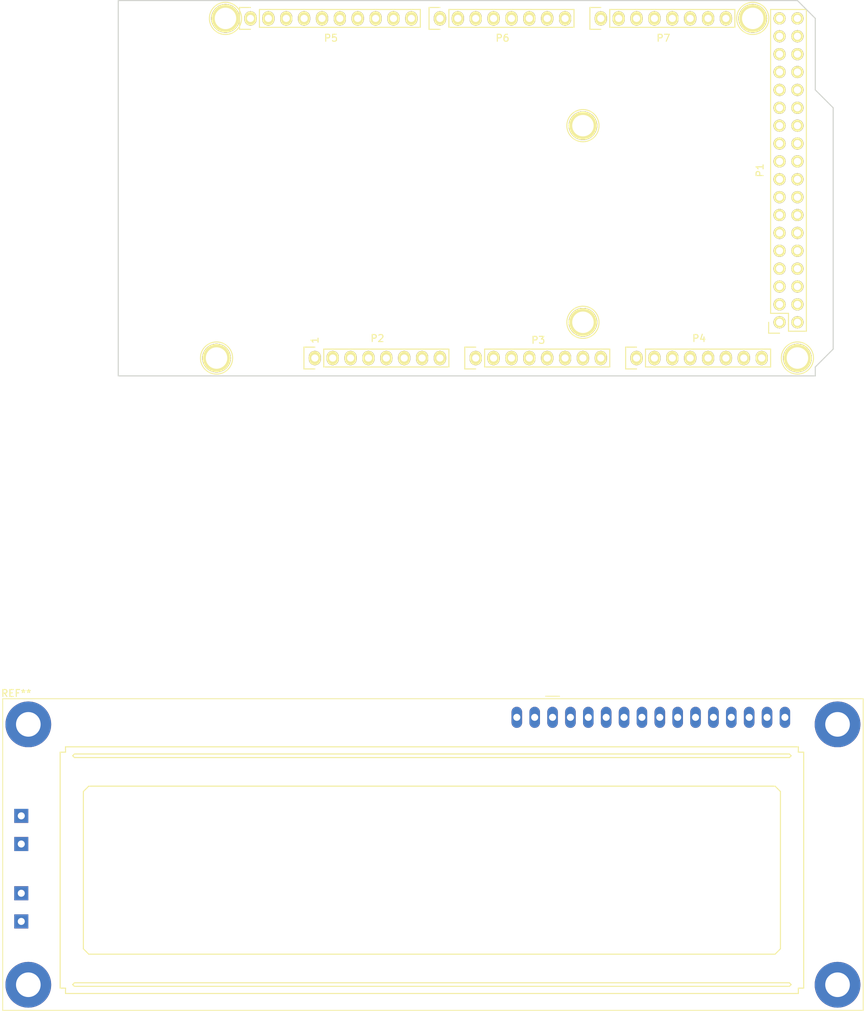
<source format=kicad_pcb>
(kicad_pcb (version 4) (host pcbnew 4.0.7-e1-6374~58~ubuntu16.04.1)

  (general
    (links 6)
    (no_connects 6)
    (area 12.840476 12.125 282.523001 162.365)
    (thickness 1.6)
    (drawings 27)
    (tracks 0)
    (zones 0)
    (modules 14)
    (nets 87)
  )

  (page A4)
  (title_block
    (date "mar. 31 mars 2015")
  )

  (layers
    (0 F.Cu signal)
    (31 B.Cu signal)
    (32 B.Adhes user)
    (33 F.Adhes user)
    (34 B.Paste user)
    (35 F.Paste user)
    (36 B.SilkS user)
    (37 F.SilkS user)
    (38 B.Mask user)
    (39 F.Mask user)
    (40 Dwgs.User user)
    (41 Cmts.User user)
    (42 Eco1.User user)
    (43 Eco2.User user)
    (44 Edge.Cuts user)
    (45 Margin user)
    (46 B.CrtYd user)
    (47 F.CrtYd user)
    (48 B.Fab user)
    (49 F.Fab user)
  )

  (setup
    (last_trace_width 0.25)
    (trace_clearance 0.2)
    (zone_clearance 0.508)
    (zone_45_only no)
    (trace_min 0.2)
    (segment_width 0.15)
    (edge_width 0.15)
    (via_size 0.6)
    (via_drill 0.4)
    (via_min_size 0.4)
    (via_min_drill 0.3)
    (uvia_size 0.3)
    (uvia_drill 0.1)
    (uvias_allowed no)
    (uvia_min_size 0.2)
    (uvia_min_drill 0.1)
    (pcb_text_width 0.3)
    (pcb_text_size 1.5 1.5)
    (mod_edge_width 0.15)
    (mod_text_size 1 1)
    (mod_text_width 0.15)
    (pad_size 4.064 4.064)
    (pad_drill 3.048)
    (pad_to_mask_clearance 0)
    (aux_axis_origin 103.378 121.666)
    (visible_elements FFFFFF7F)
    (pcbplotparams
      (layerselection 0x00030_80000001)
      (usegerberextensions false)
      (excludeedgelayer true)
      (linewidth 0.100000)
      (plotframeref false)
      (viasonmask false)
      (mode 1)
      (useauxorigin false)
      (hpglpennumber 1)
      (hpglpenspeed 20)
      (hpglpendiameter 15)
      (hpglpenoverlay 2)
      (psnegative false)
      (psa4output false)
      (plotreference true)
      (plotvalue true)
      (plotinvisibletext false)
      (padsonsilk false)
      (subtractmaskfromsilk false)
      (outputformat 1)
      (mirror false)
      (drillshape 1)
      (scaleselection 1)
      (outputdirectory ""))
  )

  (net 0 "")
  (net 1 GND)
  (net 2 "/52(SCK)")
  (net 3 "/53(SS)")
  (net 4 "/50(MISO)")
  (net 5 "/51(MOSI)")
  (net 6 /48)
  (net 7 /49)
  (net 8 /46)
  (net 9 /47)
  (net 10 /44)
  (net 11 /45)
  (net 12 /42)
  (net 13 /43)
  (net 14 /40)
  (net 15 /41)
  (net 16 /38)
  (net 17 /39)
  (net 18 /36)
  (net 19 /37)
  (net 20 /34)
  (net 21 /35)
  (net 22 /32)
  (net 23 /33)
  (net 24 /30)
  (net 25 /31)
  (net 26 /28)
  (net 27 /29)
  (net 28 /26)
  (net 29 /27)
  (net 30 /24)
  (net 31 /25)
  (net 32 /22)
  (net 33 /23)
  (net 34 +5V)
  (net 35 /IOREF)
  (net 36 /Reset)
  (net 37 /Vin)
  (net 38 /A0)
  (net 39 /A1)
  (net 40 /A2)
  (net 41 /A3)
  (net 42 /A4)
  (net 43 /A5)
  (net 44 /A6)
  (net 45 /A7)
  (net 46 /A8)
  (net 47 /A9)
  (net 48 /A10)
  (net 49 /A11)
  (net 50 /A12)
  (net 51 /A13)
  (net 52 /A14)
  (net 53 /A15)
  (net 54 /SCL)
  (net 55 /SDA)
  (net 56 /AREF)
  (net 57 "/13(**)")
  (net 58 "/12(**)")
  (net 59 "/11(**)")
  (net 60 "/10(**)")
  (net 61 "/9(**)")
  (net 62 "/8(**)")
  (net 63 "/7(**)")
  (net 64 "/6(**)")
  (net 65 "/5(**)")
  (net 66 "/4(**)")
  (net 67 "/3(**)")
  (net 68 "/2(**)")
  (net 69 "/20(SDA)")
  (net 70 "/21(SCL)")
  (net 71 "Net-(P8-Pad1)")
  (net 72 "Net-(P9-Pad1)")
  (net 73 "Net-(P10-Pad1)")
  (net 74 "Net-(P11-Pad1)")
  (net 75 "Net-(P12-Pad1)")
  (net 76 "Net-(P13-Pad1)")
  (net 77 "Net-(P2-Pad1)")
  (net 78 +3V3)
  (net 79 "/1(Tx0)")
  (net 80 "/0(Rx0)")
  (net 81 "/14(Tx3)")
  (net 82 "/15(Rx3)")
  (net 83 "/16(Tx2)")
  (net 84 "/17(Rx2)")
  (net 85 "/18(Tx1)")
  (net 86 "/19(Rx1)")

  (net_class Default "This is the default net class."
    (clearance 0.2)
    (trace_width 0.25)
    (via_dia 0.6)
    (via_drill 0.4)
    (uvia_dia 0.3)
    (uvia_drill 0.1)
    (add_net +3V3)
    (add_net +5V)
    (add_net "/0(Rx0)")
    (add_net "/1(Tx0)")
    (add_net "/10(**)")
    (add_net "/11(**)")
    (add_net "/12(**)")
    (add_net "/13(**)")
    (add_net "/14(Tx3)")
    (add_net "/15(Rx3)")
    (add_net "/16(Tx2)")
    (add_net "/17(Rx2)")
    (add_net "/18(Tx1)")
    (add_net "/19(Rx1)")
    (add_net "/2(**)")
    (add_net "/20(SDA)")
    (add_net "/21(SCL)")
    (add_net /22)
    (add_net /23)
    (add_net /24)
    (add_net /25)
    (add_net /26)
    (add_net /27)
    (add_net /28)
    (add_net /29)
    (add_net "/3(**)")
    (add_net /30)
    (add_net /31)
    (add_net /32)
    (add_net /33)
    (add_net /34)
    (add_net /35)
    (add_net /36)
    (add_net /37)
    (add_net /38)
    (add_net /39)
    (add_net "/4(**)")
    (add_net /40)
    (add_net /41)
    (add_net /42)
    (add_net /43)
    (add_net /44)
    (add_net /45)
    (add_net /46)
    (add_net /47)
    (add_net /48)
    (add_net /49)
    (add_net "/5(**)")
    (add_net "/50(MISO)")
    (add_net "/51(MOSI)")
    (add_net "/52(SCK)")
    (add_net "/53(SS)")
    (add_net "/6(**)")
    (add_net "/7(**)")
    (add_net "/8(**)")
    (add_net "/9(**)")
    (add_net /A0)
    (add_net /A1)
    (add_net /A10)
    (add_net /A11)
    (add_net /A12)
    (add_net /A13)
    (add_net /A14)
    (add_net /A15)
    (add_net /A2)
    (add_net /A3)
    (add_net /A4)
    (add_net /A5)
    (add_net /A6)
    (add_net /A7)
    (add_net /A8)
    (add_net /A9)
    (add_net /AREF)
    (add_net /IOREF)
    (add_net /Reset)
    (add_net /SCL)
    (add_net /SDA)
    (add_net /Vin)
    (add_net GND)
    (add_net "Net-(P10-Pad1)")
    (add_net "Net-(P11-Pad1)")
    (add_net "Net-(P12-Pad1)")
    (add_net "Net-(P13-Pad1)")
    (add_net "Net-(P2-Pad1)")
    (add_net "Net-(P8-Pad1)")
    (add_net "Net-(P9-Pad1)")
  )

  (module Socket_Arduino_Mega:Socket_Strip_Arduino_2x18 locked (layer F.Cu) (tedit 55216789) (tstamp 551AFCE5)
    (at 273.558 64.516 90)
    (descr "Through hole socket strip")
    (tags "socket strip")
    (path /56D743B5)
    (fp_text reference P1 (at 21.59 -2.794 90) (layer F.SilkS)
      (effects (font (size 1 1) (thickness 0.15)))
    )
    (fp_text value Digital (at 21.59 -4.572 90) (layer F.Fab)
      (effects (font (size 1 1) (thickness 0.15)))
    )
    (fp_line (start -1.75 -1.75) (end -1.75 4.3) (layer F.CrtYd) (width 0.05))
    (fp_line (start 44.95 -1.75) (end 44.95 4.3) (layer F.CrtYd) (width 0.05))
    (fp_line (start -1.75 -1.75) (end 44.95 -1.75) (layer F.CrtYd) (width 0.05))
    (fp_line (start -1.75 4.3) (end 44.95 4.3) (layer F.CrtYd) (width 0.05))
    (fp_line (start -1.27 3.81) (end 44.45 3.81) (layer F.SilkS) (width 0.15))
    (fp_line (start 44.45 -1.27) (end 1.27 -1.27) (layer F.SilkS) (width 0.15))
    (fp_line (start 44.45 3.81) (end 44.45 -1.27) (layer F.SilkS) (width 0.15))
    (fp_line (start -1.27 3.81) (end -1.27 1.27) (layer F.SilkS) (width 0.15))
    (fp_line (start 0 -1.55) (end -1.55 -1.55) (layer F.SilkS) (width 0.15))
    (fp_line (start -1.27 1.27) (end 1.27 1.27) (layer F.SilkS) (width 0.15))
    (fp_line (start 1.27 1.27) (end 1.27 -1.27) (layer F.SilkS) (width 0.15))
    (fp_line (start -1.55 -1.55) (end -1.55 0) (layer F.SilkS) (width 0.15))
    (pad 1 thru_hole circle (at 0 0 90) (size 1.7272 1.7272) (drill 1.016) (layers *.Cu *.Mask F.SilkS)
      (net 1 GND))
    (pad 2 thru_hole oval (at 0 2.54 90) (size 1.7272 1.7272) (drill 1.016) (layers *.Cu *.Mask F.SilkS)
      (net 1 GND))
    (pad 3 thru_hole oval (at 2.54 0 90) (size 1.7272 1.7272) (drill 1.016) (layers *.Cu *.Mask F.SilkS)
      (net 2 "/52(SCK)"))
    (pad 4 thru_hole oval (at 2.54 2.54 90) (size 1.7272 1.7272) (drill 1.016) (layers *.Cu *.Mask F.SilkS)
      (net 3 "/53(SS)"))
    (pad 5 thru_hole oval (at 5.08 0 90) (size 1.7272 1.7272) (drill 1.016) (layers *.Cu *.Mask F.SilkS)
      (net 4 "/50(MISO)"))
    (pad 6 thru_hole oval (at 5.08 2.54 90) (size 1.7272 1.7272) (drill 1.016) (layers *.Cu *.Mask F.SilkS)
      (net 5 "/51(MOSI)"))
    (pad 7 thru_hole oval (at 7.62 0 90) (size 1.7272 1.7272) (drill 1.016) (layers *.Cu *.Mask F.SilkS)
      (net 6 /48))
    (pad 8 thru_hole oval (at 7.62 2.54 90) (size 1.7272 1.7272) (drill 1.016) (layers *.Cu *.Mask F.SilkS)
      (net 7 /49))
    (pad 9 thru_hole oval (at 10.16 0 90) (size 1.7272 1.7272) (drill 1.016) (layers *.Cu *.Mask F.SilkS)
      (net 8 /46))
    (pad 10 thru_hole oval (at 10.16 2.54 90) (size 1.7272 1.7272) (drill 1.016) (layers *.Cu *.Mask F.SilkS)
      (net 9 /47))
    (pad 11 thru_hole oval (at 12.7 0 90) (size 1.7272 1.7272) (drill 1.016) (layers *.Cu *.Mask F.SilkS)
      (net 10 /44))
    (pad 12 thru_hole oval (at 12.7 2.54 90) (size 1.7272 1.7272) (drill 1.016) (layers *.Cu *.Mask F.SilkS)
      (net 11 /45))
    (pad 13 thru_hole oval (at 15.24 0 90) (size 1.7272 1.7272) (drill 1.016) (layers *.Cu *.Mask F.SilkS)
      (net 12 /42))
    (pad 14 thru_hole oval (at 15.24 2.54 90) (size 1.7272 1.7272) (drill 1.016) (layers *.Cu *.Mask F.SilkS)
      (net 13 /43))
    (pad 15 thru_hole oval (at 17.78 0 90) (size 1.7272 1.7272) (drill 1.016) (layers *.Cu *.Mask F.SilkS)
      (net 14 /40))
    (pad 16 thru_hole oval (at 17.78 2.54 90) (size 1.7272 1.7272) (drill 1.016) (layers *.Cu *.Mask F.SilkS)
      (net 15 /41))
    (pad 17 thru_hole oval (at 20.32 0 90) (size 1.7272 1.7272) (drill 1.016) (layers *.Cu *.Mask F.SilkS)
      (net 16 /38))
    (pad 18 thru_hole oval (at 20.32 2.54 90) (size 1.7272 1.7272) (drill 1.016) (layers *.Cu *.Mask F.SilkS)
      (net 17 /39))
    (pad 19 thru_hole oval (at 22.86 0 90) (size 1.7272 1.7272) (drill 1.016) (layers *.Cu *.Mask F.SilkS)
      (net 18 /36))
    (pad 20 thru_hole oval (at 22.86 2.54 90) (size 1.7272 1.7272) (drill 1.016) (layers *.Cu *.Mask F.SilkS)
      (net 19 /37))
    (pad 21 thru_hole oval (at 25.4 0 90) (size 1.7272 1.7272) (drill 1.016) (layers *.Cu *.Mask F.SilkS)
      (net 20 /34))
    (pad 22 thru_hole oval (at 25.4 2.54 90) (size 1.7272 1.7272) (drill 1.016) (layers *.Cu *.Mask F.SilkS)
      (net 21 /35))
    (pad 23 thru_hole oval (at 27.94 0 90) (size 1.7272 1.7272) (drill 1.016) (layers *.Cu *.Mask F.SilkS)
      (net 22 /32))
    (pad 24 thru_hole oval (at 27.94 2.54 90) (size 1.7272 1.7272) (drill 1.016) (layers *.Cu *.Mask F.SilkS)
      (net 23 /33))
    (pad 25 thru_hole oval (at 30.48 0 90) (size 1.7272 1.7272) (drill 1.016) (layers *.Cu *.Mask F.SilkS)
      (net 24 /30))
    (pad 26 thru_hole oval (at 30.48 2.54 90) (size 1.7272 1.7272) (drill 1.016) (layers *.Cu *.Mask F.SilkS)
      (net 25 /31))
    (pad 27 thru_hole oval (at 33.02 0 90) (size 1.7272 1.7272) (drill 1.016) (layers *.Cu *.Mask F.SilkS)
      (net 26 /28))
    (pad 28 thru_hole oval (at 33.02 2.54 90) (size 1.7272 1.7272) (drill 1.016) (layers *.Cu *.Mask F.SilkS)
      (net 27 /29))
    (pad 29 thru_hole oval (at 35.56 0 90) (size 1.7272 1.7272) (drill 1.016) (layers *.Cu *.Mask F.SilkS)
      (net 28 /26))
    (pad 30 thru_hole oval (at 35.56 2.54 90) (size 1.7272 1.7272) (drill 1.016) (layers *.Cu *.Mask F.SilkS)
      (net 29 /27))
    (pad 31 thru_hole oval (at 38.1 0 90) (size 1.7272 1.7272) (drill 1.016) (layers *.Cu *.Mask F.SilkS)
      (net 30 /24))
    (pad 32 thru_hole oval (at 38.1 2.54 90) (size 1.7272 1.7272) (drill 1.016) (layers *.Cu *.Mask F.SilkS)
      (net 31 /25))
    (pad 33 thru_hole oval (at 40.64 0 90) (size 1.7272 1.7272) (drill 1.016) (layers *.Cu *.Mask F.SilkS)
      (net 32 /22))
    (pad 34 thru_hole oval (at 40.64 2.54 90) (size 1.7272 1.7272) (drill 1.016) (layers *.Cu *.Mask F.SilkS)
      (net 33 /23))
    (pad 35 thru_hole oval (at 43.18 0 90) (size 1.7272 1.7272) (drill 1.016) (layers *.Cu *.Mask F.SilkS)
      (net 34 +5V))
    (pad 36 thru_hole oval (at 43.18 2.54 90) (size 1.7272 1.7272) (drill 1.016) (layers *.Cu *.Mask F.SilkS)
      (net 34 +5V))
    (model ${KIPRJMOD}/Socket_Arduino_Mega.3dshapes/Socket_header_Arduino_2x18.wrl
      (at (xyz 0.85 -0.05 0))
      (scale (xyz 1 1 1))
      (rotate (xyz 0 0 180))
    )
  )

  (module Socket_Arduino_Mega:Socket_Strip_Arduino_1x08 locked (layer F.Cu) (tedit 55216755) (tstamp 551AFCFC)
    (at 207.518 69.596)
    (descr "Through hole socket strip")
    (tags "socket strip")
    (path /56D71773)
    (fp_text reference P2 (at 8.89 -2.794) (layer F.SilkS)
      (effects (font (size 1 1) (thickness 0.15)))
    )
    (fp_text value Power (at 8.89 -4.318) (layer F.Fab)
      (effects (font (size 1 1) (thickness 0.15)))
    )
    (fp_line (start -1.75 -1.75) (end -1.75 1.75) (layer F.CrtYd) (width 0.05))
    (fp_line (start 19.55 -1.75) (end 19.55 1.75) (layer F.CrtYd) (width 0.05))
    (fp_line (start -1.75 -1.75) (end 19.55 -1.75) (layer F.CrtYd) (width 0.05))
    (fp_line (start -1.75 1.75) (end 19.55 1.75) (layer F.CrtYd) (width 0.05))
    (fp_line (start 1.27 1.27) (end 19.05 1.27) (layer F.SilkS) (width 0.15))
    (fp_line (start 19.05 1.27) (end 19.05 -1.27) (layer F.SilkS) (width 0.15))
    (fp_line (start 19.05 -1.27) (end 1.27 -1.27) (layer F.SilkS) (width 0.15))
    (fp_line (start -1.55 1.55) (end 0 1.55) (layer F.SilkS) (width 0.15))
    (fp_line (start 1.27 1.27) (end 1.27 -1.27) (layer F.SilkS) (width 0.15))
    (fp_line (start 0 -1.55) (end -1.55 -1.55) (layer F.SilkS) (width 0.15))
    (fp_line (start -1.55 -1.55) (end -1.55 1.55) (layer F.SilkS) (width 0.15))
    (pad 1 thru_hole oval (at 0 0) (size 1.7272 2.032) (drill 1.016) (layers *.Cu *.Mask F.SilkS)
      (net 77 "Net-(P2-Pad1)"))
    (pad 2 thru_hole oval (at 2.54 0) (size 1.7272 2.032) (drill 1.016) (layers *.Cu *.Mask F.SilkS)
      (net 35 /IOREF))
    (pad 3 thru_hole oval (at 5.08 0) (size 1.7272 2.032) (drill 1.016) (layers *.Cu *.Mask F.SilkS)
      (net 36 /Reset))
    (pad 4 thru_hole oval (at 7.62 0) (size 1.7272 2.032) (drill 1.016) (layers *.Cu *.Mask F.SilkS)
      (net 78 +3V3))
    (pad 5 thru_hole oval (at 10.16 0) (size 1.7272 2.032) (drill 1.016) (layers *.Cu *.Mask F.SilkS)
      (net 34 +5V))
    (pad 6 thru_hole oval (at 12.7 0) (size 1.7272 2.032) (drill 1.016) (layers *.Cu *.Mask F.SilkS)
      (net 1 GND))
    (pad 7 thru_hole oval (at 15.24 0) (size 1.7272 2.032) (drill 1.016) (layers *.Cu *.Mask F.SilkS)
      (net 1 GND))
    (pad 8 thru_hole oval (at 17.78 0) (size 1.7272 2.032) (drill 1.016) (layers *.Cu *.Mask F.SilkS)
      (net 37 /Vin))
    (model ${KIPRJMOD}/Socket_Arduino_Mega.3dshapes/Socket_header_Arduino_1x08.wrl
      (at (xyz 0.35 0 0))
      (scale (xyz 1 1 1))
      (rotate (xyz 0 0 180))
    )
  )

  (module Socket_Arduino_Mega:Socket_Strip_Arduino_1x08 locked (layer F.Cu) (tedit 5521677D) (tstamp 551AFD13)
    (at 230.378 69.596)
    (descr "Through hole socket strip")
    (tags "socket strip")
    (path /56D72F1C)
    (fp_text reference P3 (at 8.89 -2.54) (layer F.SilkS)
      (effects (font (size 1 1) (thickness 0.15)))
    )
    (fp_text value Analog (at 8.89 -4.318) (layer F.Fab)
      (effects (font (size 1 1) (thickness 0.15)))
    )
    (fp_line (start -1.75 -1.75) (end -1.75 1.75) (layer F.CrtYd) (width 0.05))
    (fp_line (start 19.55 -1.75) (end 19.55 1.75) (layer F.CrtYd) (width 0.05))
    (fp_line (start -1.75 -1.75) (end 19.55 -1.75) (layer F.CrtYd) (width 0.05))
    (fp_line (start -1.75 1.75) (end 19.55 1.75) (layer F.CrtYd) (width 0.05))
    (fp_line (start 1.27 1.27) (end 19.05 1.27) (layer F.SilkS) (width 0.15))
    (fp_line (start 19.05 1.27) (end 19.05 -1.27) (layer F.SilkS) (width 0.15))
    (fp_line (start 19.05 -1.27) (end 1.27 -1.27) (layer F.SilkS) (width 0.15))
    (fp_line (start -1.55 1.55) (end 0 1.55) (layer F.SilkS) (width 0.15))
    (fp_line (start 1.27 1.27) (end 1.27 -1.27) (layer F.SilkS) (width 0.15))
    (fp_line (start 0 -1.55) (end -1.55 -1.55) (layer F.SilkS) (width 0.15))
    (fp_line (start -1.55 -1.55) (end -1.55 1.55) (layer F.SilkS) (width 0.15))
    (pad 1 thru_hole oval (at 0 0) (size 1.7272 2.032) (drill 1.016) (layers *.Cu *.Mask F.SilkS)
      (net 38 /A0))
    (pad 2 thru_hole oval (at 2.54 0) (size 1.7272 2.032) (drill 1.016) (layers *.Cu *.Mask F.SilkS)
      (net 39 /A1))
    (pad 3 thru_hole oval (at 5.08 0) (size 1.7272 2.032) (drill 1.016) (layers *.Cu *.Mask F.SilkS)
      (net 40 /A2))
    (pad 4 thru_hole oval (at 7.62 0) (size 1.7272 2.032) (drill 1.016) (layers *.Cu *.Mask F.SilkS)
      (net 41 /A3))
    (pad 5 thru_hole oval (at 10.16 0) (size 1.7272 2.032) (drill 1.016) (layers *.Cu *.Mask F.SilkS)
      (net 42 /A4))
    (pad 6 thru_hole oval (at 12.7 0) (size 1.7272 2.032) (drill 1.016) (layers *.Cu *.Mask F.SilkS)
      (net 43 /A5))
    (pad 7 thru_hole oval (at 15.24 0) (size 1.7272 2.032) (drill 1.016) (layers *.Cu *.Mask F.SilkS)
      (net 44 /A6))
    (pad 8 thru_hole oval (at 17.78 0) (size 1.7272 2.032) (drill 1.016) (layers *.Cu *.Mask F.SilkS)
      (net 45 /A7))
    (model ${KIPRJMOD}/Socket_Arduino_Mega.3dshapes/Socket_header_Arduino_1x08.wrl
      (at (xyz 0.35 0 0))
      (scale (xyz 1 1 1))
      (rotate (xyz 0 0 180))
    )
  )

  (module Socket_Arduino_Mega:Socket_Strip_Arduino_1x08 locked (layer F.Cu) (tedit 55216772) (tstamp 551AFD2A)
    (at 253.238 69.596)
    (descr "Through hole socket strip")
    (tags "socket strip")
    (path /56D73A0E)
    (fp_text reference P4 (at 8.89 -2.794) (layer F.SilkS)
      (effects (font (size 1 1) (thickness 0.15)))
    )
    (fp_text value Analog (at 8.89 -4.318) (layer F.Fab)
      (effects (font (size 1 1) (thickness 0.15)))
    )
    (fp_line (start -1.75 -1.75) (end -1.75 1.75) (layer F.CrtYd) (width 0.05))
    (fp_line (start 19.55 -1.75) (end 19.55 1.75) (layer F.CrtYd) (width 0.05))
    (fp_line (start -1.75 -1.75) (end 19.55 -1.75) (layer F.CrtYd) (width 0.05))
    (fp_line (start -1.75 1.75) (end 19.55 1.75) (layer F.CrtYd) (width 0.05))
    (fp_line (start 1.27 1.27) (end 19.05 1.27) (layer F.SilkS) (width 0.15))
    (fp_line (start 19.05 1.27) (end 19.05 -1.27) (layer F.SilkS) (width 0.15))
    (fp_line (start 19.05 -1.27) (end 1.27 -1.27) (layer F.SilkS) (width 0.15))
    (fp_line (start -1.55 1.55) (end 0 1.55) (layer F.SilkS) (width 0.15))
    (fp_line (start 1.27 1.27) (end 1.27 -1.27) (layer F.SilkS) (width 0.15))
    (fp_line (start 0 -1.55) (end -1.55 -1.55) (layer F.SilkS) (width 0.15))
    (fp_line (start -1.55 -1.55) (end -1.55 1.55) (layer F.SilkS) (width 0.15))
    (pad 1 thru_hole oval (at 0 0) (size 1.7272 2.032) (drill 1.016) (layers *.Cu *.Mask F.SilkS)
      (net 46 /A8))
    (pad 2 thru_hole oval (at 2.54 0) (size 1.7272 2.032) (drill 1.016) (layers *.Cu *.Mask F.SilkS)
      (net 47 /A9))
    (pad 3 thru_hole oval (at 5.08 0) (size 1.7272 2.032) (drill 1.016) (layers *.Cu *.Mask F.SilkS)
      (net 48 /A10))
    (pad 4 thru_hole oval (at 7.62 0) (size 1.7272 2.032) (drill 1.016) (layers *.Cu *.Mask F.SilkS)
      (net 49 /A11))
    (pad 5 thru_hole oval (at 10.16 0) (size 1.7272 2.032) (drill 1.016) (layers *.Cu *.Mask F.SilkS)
      (net 50 /A12))
    (pad 6 thru_hole oval (at 12.7 0) (size 1.7272 2.032) (drill 1.016) (layers *.Cu *.Mask F.SilkS)
      (net 51 /A13))
    (pad 7 thru_hole oval (at 15.24 0) (size 1.7272 2.032) (drill 1.016) (layers *.Cu *.Mask F.SilkS)
      (net 52 /A14))
    (pad 8 thru_hole oval (at 17.78 0) (size 1.7272 2.032) (drill 1.016) (layers *.Cu *.Mask F.SilkS)
      (net 53 /A15))
    (model ${KIPRJMOD}/Socket_Arduino_Mega.3dshapes/Socket_header_Arduino_1x08.wrl
      (at (xyz 0.35 0 0))
      (scale (xyz 1 1 1))
      (rotate (xyz 0 0 180))
    )
  )

  (module Socket_Arduino_Mega:Socket_Strip_Arduino_1x10 locked (layer F.Cu) (tedit 551AFC9C) (tstamp 551AFD43)
    (at 198.374 21.336)
    (descr "Through hole socket strip")
    (tags "socket strip")
    (path /56D72368)
    (fp_text reference P5 (at 11.43 2.794) (layer F.SilkS)
      (effects (font (size 1 1) (thickness 0.15)))
    )
    (fp_text value PWM (at 11.43 4.318) (layer F.Fab)
      (effects (font (size 1 1) (thickness 0.15)))
    )
    (fp_line (start -1.75 -1.75) (end -1.75 1.75) (layer F.CrtYd) (width 0.05))
    (fp_line (start 24.65 -1.75) (end 24.65 1.75) (layer F.CrtYd) (width 0.05))
    (fp_line (start -1.75 -1.75) (end 24.65 -1.75) (layer F.CrtYd) (width 0.05))
    (fp_line (start -1.75 1.75) (end 24.65 1.75) (layer F.CrtYd) (width 0.05))
    (fp_line (start 1.27 1.27) (end 24.13 1.27) (layer F.SilkS) (width 0.15))
    (fp_line (start 24.13 1.27) (end 24.13 -1.27) (layer F.SilkS) (width 0.15))
    (fp_line (start 24.13 -1.27) (end 1.27 -1.27) (layer F.SilkS) (width 0.15))
    (fp_line (start -1.55 1.55) (end 0 1.55) (layer F.SilkS) (width 0.15))
    (fp_line (start 1.27 1.27) (end 1.27 -1.27) (layer F.SilkS) (width 0.15))
    (fp_line (start 0 -1.55) (end -1.55 -1.55) (layer F.SilkS) (width 0.15))
    (fp_line (start -1.55 -1.55) (end -1.55 1.55) (layer F.SilkS) (width 0.15))
    (pad 1 thru_hole oval (at 0 0) (size 1.7272 2.032) (drill 1.016) (layers *.Cu *.Mask F.SilkS)
      (net 54 /SCL))
    (pad 2 thru_hole oval (at 2.54 0) (size 1.7272 2.032) (drill 1.016) (layers *.Cu *.Mask F.SilkS)
      (net 55 /SDA))
    (pad 3 thru_hole oval (at 5.08 0) (size 1.7272 2.032) (drill 1.016) (layers *.Cu *.Mask F.SilkS)
      (net 56 /AREF))
    (pad 4 thru_hole oval (at 7.62 0) (size 1.7272 2.032) (drill 1.016) (layers *.Cu *.Mask F.SilkS)
      (net 1 GND))
    (pad 5 thru_hole oval (at 10.16 0) (size 1.7272 2.032) (drill 1.016) (layers *.Cu *.Mask F.SilkS)
      (net 57 "/13(**)"))
    (pad 6 thru_hole oval (at 12.7 0) (size 1.7272 2.032) (drill 1.016) (layers *.Cu *.Mask F.SilkS)
      (net 58 "/12(**)"))
    (pad 7 thru_hole oval (at 15.24 0) (size 1.7272 2.032) (drill 1.016) (layers *.Cu *.Mask F.SilkS)
      (net 59 "/11(**)"))
    (pad 8 thru_hole oval (at 17.78 0) (size 1.7272 2.032) (drill 1.016) (layers *.Cu *.Mask F.SilkS)
      (net 60 "/10(**)"))
    (pad 9 thru_hole oval (at 20.32 0) (size 1.7272 2.032) (drill 1.016) (layers *.Cu *.Mask F.SilkS)
      (net 61 "/9(**)"))
    (pad 10 thru_hole oval (at 22.86 0) (size 1.7272 2.032) (drill 1.016) (layers *.Cu *.Mask F.SilkS)
      (net 62 "/8(**)"))
    (model ${KIPRJMOD}/Socket_Arduino_Mega.3dshapes/Socket_header_Arduino_1x10.wrl
      (at (xyz 0.45 0 0))
      (scale (xyz 1 1 1))
      (rotate (xyz 0 0 180))
    )
  )

  (module Socket_Arduino_Mega:Socket_Strip_Arduino_1x08 locked (layer F.Cu) (tedit 551AFC7F) (tstamp 551AFD5A)
    (at 225.298 21.336)
    (descr "Through hole socket strip")
    (tags "socket strip")
    (path /56D734D0)
    (fp_text reference P6 (at 8.89 2.794) (layer F.SilkS)
      (effects (font (size 1 1) (thickness 0.15)))
    )
    (fp_text value PWM (at 8.89 4.318) (layer F.Fab)
      (effects (font (size 1 1) (thickness 0.15)))
    )
    (fp_line (start -1.75 -1.75) (end -1.75 1.75) (layer F.CrtYd) (width 0.05))
    (fp_line (start 19.55 -1.75) (end 19.55 1.75) (layer F.CrtYd) (width 0.05))
    (fp_line (start -1.75 -1.75) (end 19.55 -1.75) (layer F.CrtYd) (width 0.05))
    (fp_line (start -1.75 1.75) (end 19.55 1.75) (layer F.CrtYd) (width 0.05))
    (fp_line (start 1.27 1.27) (end 19.05 1.27) (layer F.SilkS) (width 0.15))
    (fp_line (start 19.05 1.27) (end 19.05 -1.27) (layer F.SilkS) (width 0.15))
    (fp_line (start 19.05 -1.27) (end 1.27 -1.27) (layer F.SilkS) (width 0.15))
    (fp_line (start -1.55 1.55) (end 0 1.55) (layer F.SilkS) (width 0.15))
    (fp_line (start 1.27 1.27) (end 1.27 -1.27) (layer F.SilkS) (width 0.15))
    (fp_line (start 0 -1.55) (end -1.55 -1.55) (layer F.SilkS) (width 0.15))
    (fp_line (start -1.55 -1.55) (end -1.55 1.55) (layer F.SilkS) (width 0.15))
    (pad 1 thru_hole oval (at 0 0) (size 1.7272 2.032) (drill 1.016) (layers *.Cu *.Mask F.SilkS)
      (net 63 "/7(**)"))
    (pad 2 thru_hole oval (at 2.54 0) (size 1.7272 2.032) (drill 1.016) (layers *.Cu *.Mask F.SilkS)
      (net 64 "/6(**)"))
    (pad 3 thru_hole oval (at 5.08 0) (size 1.7272 2.032) (drill 1.016) (layers *.Cu *.Mask F.SilkS)
      (net 65 "/5(**)"))
    (pad 4 thru_hole oval (at 7.62 0) (size 1.7272 2.032) (drill 1.016) (layers *.Cu *.Mask F.SilkS)
      (net 66 "/4(**)"))
    (pad 5 thru_hole oval (at 10.16 0) (size 1.7272 2.032) (drill 1.016) (layers *.Cu *.Mask F.SilkS)
      (net 67 "/3(**)"))
    (pad 6 thru_hole oval (at 12.7 0) (size 1.7272 2.032) (drill 1.016) (layers *.Cu *.Mask F.SilkS)
      (net 68 "/2(**)"))
    (pad 7 thru_hole oval (at 15.24 0) (size 1.7272 2.032) (drill 1.016) (layers *.Cu *.Mask F.SilkS)
      (net 79 "/1(Tx0)"))
    (pad 8 thru_hole oval (at 17.78 0) (size 1.7272 2.032) (drill 1.016) (layers *.Cu *.Mask F.SilkS)
      (net 80 "/0(Rx0)"))
    (model ${KIPRJMOD}/Socket_Arduino_Mega.3dshapes/Socket_header_Arduino_1x08.wrl
      (at (xyz 0.35 0 0))
      (scale (xyz 1 1 1))
      (rotate (xyz 0 0 180))
    )
  )

  (module Socket_Arduino_Mega:Socket_Strip_Arduino_1x08 locked (layer F.Cu) (tedit 551AFC73) (tstamp 551AFD71)
    (at 248.158 21.336)
    (descr "Through hole socket strip")
    (tags "socket strip")
    (path /56D73F2C)
    (fp_text reference P7 (at 8.89 2.794) (layer F.SilkS)
      (effects (font (size 1 1) (thickness 0.15)))
    )
    (fp_text value Communication (at 8.89 4.064) (layer F.Fab)
      (effects (font (size 1 1) (thickness 0.15)))
    )
    (fp_line (start -1.75 -1.75) (end -1.75 1.75) (layer F.CrtYd) (width 0.05))
    (fp_line (start 19.55 -1.75) (end 19.55 1.75) (layer F.CrtYd) (width 0.05))
    (fp_line (start -1.75 -1.75) (end 19.55 -1.75) (layer F.CrtYd) (width 0.05))
    (fp_line (start -1.75 1.75) (end 19.55 1.75) (layer F.CrtYd) (width 0.05))
    (fp_line (start 1.27 1.27) (end 19.05 1.27) (layer F.SilkS) (width 0.15))
    (fp_line (start 19.05 1.27) (end 19.05 -1.27) (layer F.SilkS) (width 0.15))
    (fp_line (start 19.05 -1.27) (end 1.27 -1.27) (layer F.SilkS) (width 0.15))
    (fp_line (start -1.55 1.55) (end 0 1.55) (layer F.SilkS) (width 0.15))
    (fp_line (start 1.27 1.27) (end 1.27 -1.27) (layer F.SilkS) (width 0.15))
    (fp_line (start 0 -1.55) (end -1.55 -1.55) (layer F.SilkS) (width 0.15))
    (fp_line (start -1.55 -1.55) (end -1.55 1.55) (layer F.SilkS) (width 0.15))
    (pad 1 thru_hole oval (at 0 0) (size 1.7272 2.032) (drill 1.016) (layers *.Cu *.Mask F.SilkS)
      (net 81 "/14(Tx3)"))
    (pad 2 thru_hole oval (at 2.54 0) (size 1.7272 2.032) (drill 1.016) (layers *.Cu *.Mask F.SilkS)
      (net 82 "/15(Rx3)"))
    (pad 3 thru_hole oval (at 5.08 0) (size 1.7272 2.032) (drill 1.016) (layers *.Cu *.Mask F.SilkS)
      (net 83 "/16(Tx2)"))
    (pad 4 thru_hole oval (at 7.62 0) (size 1.7272 2.032) (drill 1.016) (layers *.Cu *.Mask F.SilkS)
      (net 84 "/17(Rx2)"))
    (pad 5 thru_hole oval (at 10.16 0) (size 1.7272 2.032) (drill 1.016) (layers *.Cu *.Mask F.SilkS)
      (net 85 "/18(Tx1)"))
    (pad 6 thru_hole oval (at 12.7 0) (size 1.7272 2.032) (drill 1.016) (layers *.Cu *.Mask F.SilkS)
      (net 86 "/19(Rx1)"))
    (pad 7 thru_hole oval (at 15.24 0) (size 1.7272 2.032) (drill 1.016) (layers *.Cu *.Mask F.SilkS)
      (net 69 "/20(SDA)"))
    (pad 8 thru_hole oval (at 17.78 0) (size 1.7272 2.032) (drill 1.016) (layers *.Cu *.Mask F.SilkS)
      (net 70 "/21(SCL)"))
    (model ${KIPRJMOD}/Socket_Arduino_Mega.3dshapes/Socket_header_Arduino_1x08.wrl
      (at (xyz 0.35 0 0))
      (scale (xyz 1 1 1))
      (rotate (xyz 0 0 180))
    )
  )

  (module Socket_Arduino_Mega:Arduino_1pin locked (layer F.Cu) (tedit 5524FDA7) (tstamp 5524FE07)
    (at 193.548 69.596)
    (descr "module 1 pin (ou trou mecanique de percage)")
    (tags DEV)
    (path /56D70B71)
    (fp_text reference P8 (at 0 -3.048) (layer F.SilkS) hide
      (effects (font (size 1 1) (thickness 0.15)))
    )
    (fp_text value CONN_01X01 (at 0 2.794) (layer F.Fab) hide
      (effects (font (size 1 1) (thickness 0.15)))
    )
    (fp_circle (center 0 0) (end 0 -2.286) (layer F.SilkS) (width 0.15))
    (pad 1 thru_hole circle (at 0 0) (size 4.064 4.064) (drill 3.048) (layers *.Cu *.Mask F.SilkS)
      (net 71 "Net-(P8-Pad1)"))
  )

  (module Socket_Arduino_Mega:Arduino_1pin locked (layer F.Cu) (tedit 5524FDB2) (tstamp 5524FE0C)
    (at 245.618 64.516)
    (descr "module 1 pin (ou trou mecanique de percage)")
    (tags DEV)
    (path /56D70C9B)
    (fp_text reference P9 (at 0 -3.048) (layer F.SilkS) hide
      (effects (font (size 1 1) (thickness 0.15)))
    )
    (fp_text value CONN_01X01 (at 0 2.794) (layer F.Fab) hide
      (effects (font (size 1 1) (thickness 0.15)))
    )
    (fp_circle (center 0 0) (end 0 -2.286) (layer F.SilkS) (width 0.15))
    (pad 1 thru_hole circle (at 0 0) (size 4.064 4.064) (drill 3.048) (layers *.Cu *.Mask F.SilkS)
      (net 72 "Net-(P9-Pad1)"))
  )

  (module Socket_Arduino_Mega:Arduino_1pin locked (layer F.Cu) (tedit 5524FDBB) (tstamp 5524FE11)
    (at 276.098 69.596)
    (descr "module 1 pin (ou trou mecanique de percage)")
    (tags DEV)
    (path /56D70CE6)
    (fp_text reference P10 (at 0 -3.048) (layer F.SilkS) hide
      (effects (font (size 1 1) (thickness 0.15)))
    )
    (fp_text value CONN_01X01 (at 0 2.794) (layer F.Fab) hide
      (effects (font (size 1 1) (thickness 0.15)))
    )
    (fp_circle (center 0 0) (end 0 -2.286) (layer F.SilkS) (width 0.15))
    (pad 1 thru_hole circle (at 0 0) (size 4.064 4.064) (drill 3.048) (layers *.Cu *.Mask F.SilkS)
      (net 73 "Net-(P10-Pad1)"))
  )

  (module Socket_Arduino_Mega:Arduino_1pin locked (layer F.Cu) (tedit 5524FDD2) (tstamp 5524FE16)
    (at 194.818 21.336)
    (descr "module 1 pin (ou trou mecanique de percage)")
    (tags DEV)
    (path /56D70D2C)
    (fp_text reference P11 (at 0 -3.048) (layer F.SilkS) hide
      (effects (font (size 1 1) (thickness 0.15)))
    )
    (fp_text value CONN_01X01 (at 0 2.794) (layer F.Fab) hide
      (effects (font (size 1 1) (thickness 0.15)))
    )
    (fp_circle (center 0 0) (end 0 -2.286) (layer F.SilkS) (width 0.15))
    (pad 1 thru_hole circle (at 0 0) (size 4.064 4.064) (drill 3.048) (layers *.Cu *.Mask F.SilkS)
      (net 74 "Net-(P11-Pad1)"))
  )

  (module Socket_Arduino_Mega:Arduino_1pin locked (layer F.Cu) (tedit 5524FDCA) (tstamp 5524FE1B)
    (at 245.618 36.576)
    (descr "module 1 pin (ou trou mecanique de percage)")
    (tags DEV)
    (path /56D711A2)
    (fp_text reference P12 (at 0 -3.048) (layer F.SilkS) hide
      (effects (font (size 1 1) (thickness 0.15)))
    )
    (fp_text value CONN_01X01 (at 0 2.794) (layer F.Fab) hide
      (effects (font (size 1 1) (thickness 0.15)))
    )
    (fp_circle (center 0 0) (end 0 -2.286) (layer F.SilkS) (width 0.15))
    (pad 1 thru_hole circle (at 0 0) (size 4.064 4.064) (drill 3.048) (layers *.Cu *.Mask F.SilkS)
      (net 75 "Net-(P12-Pad1)"))
  )

  (module Socket_Arduino_Mega:Arduino_1pin locked (layer F.Cu) (tedit 5524FDC4) (tstamp 5524FE20)
    (at 269.748 21.336)
    (descr "module 1 pin (ou trou mecanique de percage)")
    (tags DEV)
    (path /56D711F0)
    (fp_text reference P13 (at 0 -3.048) (layer F.SilkS) hide
      (effects (font (size 1 1) (thickness 0.15)))
    )
    (fp_text value CONN_01X01 (at 0 2.794) (layer F.Fab) hide
      (effects (font (size 1 1) (thickness 0.15)))
    )
    (fp_circle (center 0 0) (end 0 -2.286) (layer F.SilkS) (width 0.15))
    (pad 1 thru_hole circle (at 0 0) (size 4.064 4.064) (drill 3.048) (layers *.Cu *.Mask F.SilkS)
      (net 76 "Net-(P13-Pad1)"))
  )

  (module Displays:LCD-016N002L (layer F.Cu) (tedit 5962FC7F) (tstamp 599571FE)
    (at 241.3 120.65)
    (descr "16 x 2 Character LCD, http://www.vishay.com/product?docid=37299")
    (tags "LCD-016N002L 16 x 2 Character LCD")
    (fp_text reference REF** (at -76.21 -3.41 180) (layer F.SilkS)
      (effects (font (size 1 1) (thickness 0.15)))
    )
    (fp_text value LCD-016N002L (at -72.59 42.76 180) (layer F.Fab)
      (effects (font (size 1 1) (thickness 0.15)))
    )
    (fp_text user %R (at -19.6 22.12) (layer F.Fab)
      (effects (font (size 1 1) (thickness 0.1)))
    )
    (fp_line (start -78.14 41.64) (end 44.14 41.64) (layer F.SilkS) (width 0.12))
    (fp_line (start 44.14 -2.64) (end 44.14 41.64) (layer F.SilkS) (width 0.12))
    (fp_line (start 1 -2.5) (end 44 -2.5) (layer F.Fab) (width 0.1))
    (fp_line (start 0 -1.5) (end -1 -2.5) (layer F.Fab) (width 0.1))
    (fp_line (start 1 -2.5) (end 0 -1.5) (layer F.Fab) (width 0.1))
    (fp_line (start -1 -3) (end 1 -3) (layer F.SilkS) (width 0.12))
    (fp_line (start 44.14 -2.64) (end -78.14 -2.64) (layer F.SilkS) (width 0.12))
    (fp_line (start -78.14 -2.64) (end -78.14 41.64) (layer F.SilkS) (width 0.12))
    (fp_line (start 44.25 -2.75) (end 44.25 41.75) (layer F.CrtYd) (width 0.05))
    (fp_line (start -78.25 41.75) (end 44.25 41.75) (layer F.CrtYd) (width 0.05))
    (fp_line (start -78.25 -2.75) (end -78.25 41.75) (layer F.CrtYd) (width 0.05))
    (fp_line (start -78.25 -2.75) (end 44.25 -2.75) (layer F.CrtYd) (width 0.05))
    (fp_line (start 33.655 5.207) (end -67.945 5.207) (layer F.SilkS) (width 0.15))
    (fp_line (start -67.945 5.207) (end -68.199 5.461) (layer F.SilkS) (width 0.15))
    (fp_line (start -68.199 5.461) (end -67.945 5.715) (layer F.SilkS) (width 0.15))
    (fp_line (start -67.945 5.715) (end 33.655 5.715) (layer F.SilkS) (width 0.15))
    (fp_line (start 33.655 5.207) (end 33.909 5.461) (layer F.SilkS) (width 0.15))
    (fp_line (start 33.909 5.461) (end 33.655 5.715) (layer F.SilkS) (width 0.15))
    (fp_line (start 33.655 38.227) (end 33.909 37.973) (layer F.SilkS) (width 0.15))
    (fp_line (start 33.909 37.973) (end 33.655 37.719) (layer F.SilkS) (width 0.15))
    (fp_line (start 33.655 37.719) (end -67.945 37.719) (layer F.SilkS) (width 0.15))
    (fp_line (start -67.945 37.719) (end -68.199 37.973) (layer F.SilkS) (width 0.15))
    (fp_line (start -68.199 37.973) (end -67.945 38.227) (layer F.SilkS) (width 0.15))
    (fp_line (start -67.945 38.227) (end 33.655 38.227) (layer F.SilkS) (width 0.15))
    (fp_line (start 32.385 10.541) (end 32.385 32.893) (layer F.SilkS) (width 0.15))
    (fp_line (start -65.913 9.779) (end 31.623 9.779) (layer F.SilkS) (width 0.15))
    (fp_line (start -66.675 32.893) (end -66.675 10.541) (layer F.SilkS) (width 0.15))
    (fp_line (start 31.623 33.655) (end -65.913 33.655) (layer F.SilkS) (width 0.15))
    (fp_line (start 31.623 9.779) (end 32.385 10.541) (layer F.SilkS) (width 0.15))
    (fp_line (start -66.675 10.541) (end -65.913 9.779) (layer F.SilkS) (width 0.15))
    (fp_line (start -65.913 33.655) (end -66.675 32.893) (layer F.SilkS) (width 0.15))
    (fp_line (start 32.385 32.893) (end 31.623 33.655) (layer F.SilkS) (width 0.15))
    (fp_line (start -69.977 4.953) (end -69.977 38.481) (layer F.SilkS) (width 0.15))
    (fp_line (start 34.925 4.191) (end -69.215 4.191) (layer F.SilkS) (width 0.15))
    (fp_line (start 35.687 38.481) (end 35.687 4.953) (layer F.SilkS) (width 0.15))
    (fp_line (start -69.215 39.243) (end 34.925 39.243) (layer F.SilkS) (width 0.15))
    (fp_line (start 34.925 4.191) (end 34.925 4.953) (layer F.SilkS) (width 0.15))
    (fp_line (start 34.925 4.953) (end 35.687 4.953) (layer F.SilkS) (width 0.15))
    (fp_line (start -69.215 4.191) (end -69.215 4.953) (layer F.SilkS) (width 0.15))
    (fp_line (start -69.215 4.953) (end -69.977 4.953) (layer F.SilkS) (width 0.15))
    (fp_line (start -69.215 39.243) (end -69.215 38.481) (layer F.SilkS) (width 0.15))
    (fp_line (start -69.215 38.481) (end -69.977 38.481) (layer F.SilkS) (width 0.15))
    (fp_line (start 35.687 38.481) (end 34.925 38.481) (layer F.SilkS) (width 0.15))
    (fp_line (start 34.925 38.481) (end 34.925 39.243) (layer F.SilkS) (width 0.15))
    (fp_line (start 44 -2.5) (end 44 41.5) (layer F.Fab) (width 0.1))
    (fp_line (start 44 41.5) (end -78 41.5) (layer F.Fab) (width 0.1))
    (fp_line (start -78 41.5) (end -78 -2.5) (layer F.Fab) (width 0.1))
    (fp_line (start -78 -2.5) (end -1 -2.5) (layer F.Fab) (width 0.1))
    (pad 14 thru_hole oval (at 33.02 0 180) (size 1.5 3) (drill 1) (layers *.Cu *.Mask))
    (pad 13 thru_hole oval (at 30.48 0 180) (size 1.5 3) (drill 1) (layers *.Cu *.Mask))
    (pad 12 thru_hole oval (at 27.94 0 180) (size 1.5 3) (drill 1) (layers *.Cu *.Mask))
    (pad 11 thru_hole oval (at 25.4 0 180) (size 1.5 3) (drill 1) (layers *.Cu *.Mask))
    (pad 10 thru_hole oval (at 22.86 0 180) (size 1.5 3) (drill 1) (layers *.Cu *.Mask))
    (pad 9 thru_hole oval (at 20.32 0 180) (size 1.5 3) (drill 1) (layers *.Cu *.Mask))
    (pad 8 thru_hole oval (at 17.78 0 180) (size 1.5 3) (drill 1) (layers *.Cu *.Mask))
    (pad 7 thru_hole oval (at 15.24 0 180) (size 1.5 3) (drill 1) (layers *.Cu *.Mask))
    (pad 6 thru_hole oval (at 12.7 0 180) (size 1.5 3) (drill 1) (layers *.Cu *.Mask))
    (pad 5 thru_hole oval (at 10.16 0 180) (size 1.5 3) (drill 1) (layers *.Cu *.Mask))
    (pad 4 thru_hole oval (at 7.62 0 180) (size 1.5 3) (drill 1) (layers *.Cu *.Mask))
    (pad 3 thru_hole oval (at 5.08 0 180) (size 1.5 3) (drill 1) (layers *.Cu *.Mask))
    (pad 2 thru_hole oval (at 2.54 0 180) (size 1.5 3) (drill 1) (layers *.Cu *.Mask))
    (pad 1 thru_hole oval (at 0 0 180) (size 1.5 3) (drill 1) (layers *.Cu *.Mask))
    (pad 15 thru_hole oval (at -2.54 0 180) (size 1.5 3) (drill 1) (layers *.Cu *.Mask))
    (pad 16 thru_hole oval (at -5.08 0 180) (size 1.5 3) (drill 1) (layers *.Cu *.Mask))
    (pad "" thru_hole circle (at -74.5 1 180) (size 6.5 6.5) (drill 3.5) (layers *.Cu *.Mask))
    (pad "" thru_hole circle (at -74.5 38 180) (size 6.5 6.5) (drill 3.5) (layers *.Cu *.Mask))
    (pad "" thru_hole circle (at 40.5 1 180) (size 6.5 6.5) (drill 3.5) (layers *.Cu *.Mask))
    (pad "" thru_hole circle (at 40.5 38 180) (size 6.5 6.5) (drill 3.5) (layers *.Cu *.Mask))
    (pad A1 thru_hole rect (at -75.5 14 180) (size 2 2) (drill 1) (layers *.Cu *.Mask))
    (pad K1 thru_hole rect (at -75.5 18 180) (size 2 2) (drill 1) (layers *.Cu *.Mask))
    (pad A2 thru_hole rect (at -75.5 25 180) (size 2 2) (drill 1) (layers *.Cu *.Mask))
    (pad K2 thru_hole rect (at -75.5 29 180) (size 2 2) (drill 1) (layers *.Cu *.Mask))
    (model ${KISYS3DMOD}/Displays.3dshapes/LCD-016N002L.wrl
      (at (xyz 0 0 0))
      (scale (xyz 1 1 1))
      (rotate (xyz 0 0 0))
    )
  )

  (gr_text 1 (at 207.518 67.056 90) (layer F.SilkS)
    (effects (font (size 1 1) (thickness 0.15)))
  )
  (gr_line (start 251.8156 47.244) (end 251.8156 41.1988) (angle 90) (layer Dwgs.User) (width 0.15))
  (gr_line (start 255.6764 47.244) (end 255.6764 41.1988) (angle 90) (layer Dwgs.User) (width 0.15))
  (gr_line (start 251.8156 47.244) (end 255.6764 47.244) (angle 90) (layer Dwgs.User) (width 0.15))
  (gr_circle (center 253.746 44.196) (end 255.016 44.196) (layer Dwgs.User) (width 0.15))
  (gr_line (start 251.8156 41.1988) (end 255.6764 41.1988) (angle 90) (layer Dwgs.User) (width 0.15))
  (gr_line (start 241.935 48.006) (end 241.935 40.386) (angle 90) (layer Dwgs.User) (width 0.15))
  (gr_line (start 247.015 48.006) (end 241.935 48.006) (angle 90) (layer Dwgs.User) (width 0.15))
  (gr_line (start 247.015 40.386) (end 247.015 48.006) (angle 90) (layer Dwgs.User) (width 0.15))
  (gr_line (start 241.935 40.386) (end 247.015 40.386) (angle 90) (layer Dwgs.User) (width 0.15))
  (gr_line (start 173.228 39.751) (end 173.228 28.321) (angle 90) (layer Dwgs.User) (width 0.15))
  (gr_line (start 189.103 39.751) (end 173.228 39.751) (angle 90) (layer Dwgs.User) (width 0.15))
  (gr_line (start 189.103 28.321) (end 189.103 39.751) (angle 90) (layer Dwgs.User) (width 0.15))
  (gr_line (start 173.228 28.321) (end 189.103 28.321) (angle 90) (layer Dwgs.User) (width 0.15))
  (gr_line (start 177.673 68.961) (end 177.673 60.071) (angle 90) (layer Dwgs.User) (width 0.15))
  (gr_line (start 191.008 68.961) (end 177.673 68.961) (angle 90) (layer Dwgs.User) (width 0.15))
  (gr_line (start 191.008 60.071) (end 191.008 68.961) (angle 90) (layer Dwgs.User) (width 0.15))
  (gr_line (start 177.673 60.071) (end 191.008 60.071) (angle 90) (layer Dwgs.User) (width 0.15))
  (gr_line (start 278.638 72.136) (end 179.578 72.136) (angle 90) (layer Edge.Cuts) (width 0.15))
  (gr_line (start 278.638 70.866) (end 278.638 72.136) (angle 90) (layer Edge.Cuts) (width 0.15))
  (gr_line (start 281.178 68.326) (end 278.638 70.866) (angle 90) (layer Edge.Cuts) (width 0.15))
  (gr_line (start 281.178 34.036) (end 281.178 68.326) (angle 90) (layer Edge.Cuts) (width 0.15))
  (gr_line (start 278.638 31.496) (end 281.178 34.036) (angle 90) (layer Edge.Cuts) (width 0.15))
  (gr_line (start 278.638 21.336) (end 278.638 31.496) (angle 90) (layer Edge.Cuts) (width 0.15))
  (gr_line (start 276.098 18.796) (end 278.638 21.336) (angle 90) (layer Edge.Cuts) (width 0.15))
  (gr_line (start 179.578 18.796) (end 276.098 18.796) (angle 90) (layer Edge.Cuts) (width 0.15))
  (gr_line (start 179.578 72.136) (end 179.578 18.796) (angle 90) (layer Edge.Cuts) (width 0.15))

)

</source>
